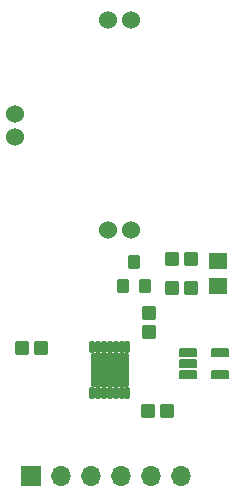
<source format=gts>
%TF.GenerationSoftware,KiCad,Pcbnew,(6.0.6)*%
%TF.CreationDate,2022-07-27T15:13:06-07:00*%
%TF.ProjectId,EcobitNRF9160 EV3,45636f62-6974-44e5-9246-393136302045,rev?*%
%TF.SameCoordinates,Original*%
%TF.FileFunction,Soldermask,Top*%
%TF.FilePolarity,Negative*%
%FSLAX46Y46*%
G04 Gerber Fmt 4.6, Leading zero omitted, Abs format (unit mm)*
G04 Created by KiCad (PCBNEW (6.0.6)) date 2022-07-27 15:13:06*
%MOMM*%
%LPD*%
G01*
G04 APERTURE LIST*
G04 Aperture macros list*
%AMRoundRect*
0 Rectangle with rounded corners*
0 $1 Rounding radius*
0 $2 $3 $4 $5 $6 $7 $8 $9 X,Y pos of 4 corners*
0 Add a 4 corners polygon primitive as box body*
4,1,4,$2,$3,$4,$5,$6,$7,$8,$9,$2,$3,0*
0 Add four circle primitives for the rounded corners*
1,1,$1+$1,$2,$3*
1,1,$1+$1,$4,$5*
1,1,$1+$1,$6,$7*
1,1,$1+$1,$8,$9*
0 Add four rect primitives between the rounded corners*
20,1,$1+$1,$2,$3,$4,$5,0*
20,1,$1+$1,$4,$5,$6,$7,0*
20,1,$1+$1,$6,$7,$8,$9,0*
20,1,$1+$1,$8,$9,$2,$3,0*%
G04 Aperture macros list end*
%ADD10R,1.700000X1.700000*%
%ADD11O,1.700000X1.700000*%
%ADD12C,1.524000*%
%ADD13RoundRect,0.101600X-0.675000X0.600000X-0.675000X-0.600000X0.675000X-0.600000X0.675000X0.600000X0*%
%ADD14RoundRect,0.101600X-0.660400X-0.279400X0.660400X-0.279400X0.660400X0.279400X-0.660400X0.279400X0*%
%ADD15RoundRect,0.101600X-0.450000X0.525000X-0.450000X-0.525000X0.450000X-0.525000X0.450000X0.525000X0*%
%ADD16RoundRect,0.101600X0.525000X0.450000X-0.525000X0.450000X-0.525000X-0.450000X0.525000X-0.450000X0*%
%ADD17RoundRect,0.101600X0.401000X-0.486000X0.401000X0.486000X-0.401000X0.486000X-0.401000X-0.486000X0*%
%ADD18RoundRect,0.101600X-0.525000X-0.450000X0.525000X-0.450000X0.525000X0.450000X-0.525000X0.450000X0*%
%ADD19RoundRect,0.101600X1.500000X-1.300000X1.500000X1.300000X-1.500000X1.300000X-1.500000X-1.300000X0*%
%ADD20RoundRect,0.135350X-0.101250X0.396250X-0.101250X-0.396250X0.101250X-0.396250X0.101250X0.396250X0*%
%ADD21RoundRect,0.135350X0.101250X-0.396250X0.101250X0.396250X-0.101250X0.396250X-0.101250X-0.396250X0*%
G04 APERTURE END LIST*
D10*
%TO.C,J1*%
X125875000Y-120225000D03*
D11*
X128415000Y-120225000D03*
X130955000Y-120225000D03*
X133495000Y-120225000D03*
X136035000Y-120225000D03*
X138575000Y-120225000D03*
%TD*%
D12*
%TO.C,SENS-CO1*%
X134413295Y-99419994D03*
X134413295Y-81639994D03*
X132406695Y-81639994D03*
X124519995Y-89526694D03*
X124519995Y-91533294D03*
X132406695Y-99419994D03*
%TD*%
D13*
%TO.C,C1*%
X141732000Y-102024000D03*
X141732000Y-104124000D03*
%TD*%
D14*
%TO.C,AMP-CO1*%
X139188400Y-109810200D03*
X139188400Y-110750000D03*
X139188400Y-111689800D03*
X141931600Y-111689800D03*
X141931600Y-109810200D03*
%TD*%
D15*
%TO.C,R2*%
X135890000Y-106388000D03*
X135890000Y-107988000D03*
%TD*%
D16*
%TO.C,R3*%
X139484000Y-101854000D03*
X137884000Y-101854000D03*
%TD*%
D17*
%TO.C,IC1*%
X133670000Y-104124000D03*
X135570000Y-104124000D03*
X134620000Y-102124000D03*
%TD*%
D18*
%TO.C,C2*%
X137884000Y-104274000D03*
X139484000Y-104274000D03*
%TD*%
D19*
%TO.C,AFE-CO1*%
X132577266Y-111265267D03*
D20*
X131077266Y-109330267D03*
X131577266Y-109330267D03*
X132077266Y-109330267D03*
X132577266Y-109330267D03*
X133077266Y-109330267D03*
X133577266Y-109330267D03*
X134077266Y-109330267D03*
D21*
X134077266Y-113200267D03*
X133577266Y-113200267D03*
X133077266Y-113200267D03*
X132577266Y-113200267D03*
X132077266Y-113200267D03*
X131577266Y-113200267D03*
X131077266Y-113200267D03*
%TD*%
D18*
%TO.C,R1*%
X125130000Y-109340000D03*
X126730000Y-109340000D03*
%TD*%
%TO.C,C3*%
X135840000Y-114750000D03*
X137440000Y-114750000D03*
%TD*%
M02*

</source>
